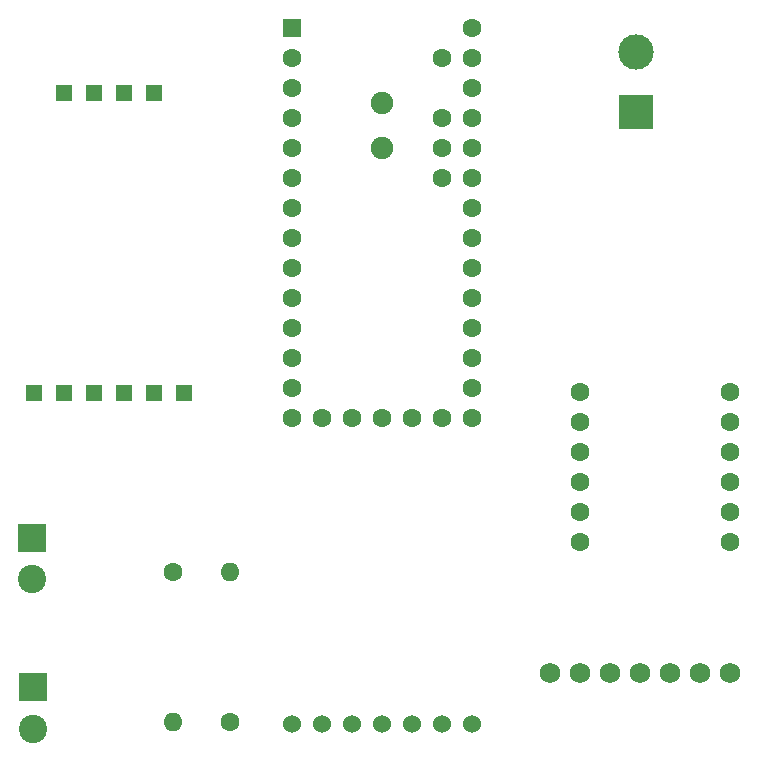
<source format=gbr>
%TF.GenerationSoftware,KiCad,Pcbnew,(5.1.8)-1*%
%TF.CreationDate,2021-03-31T15:24:53-04:00*%
%TF.ProjectId,Artemis Payload Computer,41727465-6d69-4732-9050-61796c6f6164,rev?*%
%TF.SameCoordinates,Original*%
%TF.FileFunction,Soldermask,Bot*%
%TF.FilePolarity,Negative*%
%FSLAX46Y46*%
G04 Gerber Fmt 4.6, Leading zero omitted, Abs format (unit mm)*
G04 Created by KiCad (PCBNEW (5.1.8)-1) date 2021-03-31 15:24:53*
%MOMM*%
%LPD*%
G01*
G04 APERTURE LIST*
%ADD10C,2.400000*%
%ADD11R,2.400000X2.400000*%
%ADD12C,1.524000*%
%ADD13C,1.600000*%
%ADD14O,1.600000X1.600000*%
%ADD15R,1.408000X1.408000*%
%ADD16C,1.750000*%
%ADD17R,1.600000X1.600000*%
%ADD18C,1.900000*%
%ADD19C,3.000000*%
%ADD20R,3.000000X3.000000*%
G04 APERTURE END LIST*
D10*
%TO.C,J2*%
X117720000Y-120020000D03*
D11*
X117720000Y-116520000D03*
%TD*%
D10*
%TO.C,J1*%
X117650000Y-107360000D03*
D11*
X117650000Y-103860000D03*
%TD*%
D12*
%TO.C,U701*%
X139660000Y-119600000D03*
X142200000Y-119600000D03*
X144740000Y-119600000D03*
X147280000Y-119600000D03*
X149820000Y-119600000D03*
X152360000Y-119600000D03*
X154900000Y-119600000D03*
%TD*%
D13*
%TO.C,U401*%
X176730000Y-104200000D03*
X176730000Y-101660000D03*
X176730000Y-99120000D03*
X176730000Y-96580000D03*
X176730000Y-94040000D03*
X176730000Y-91500000D03*
X164030000Y-104200000D03*
X164030000Y-101660000D03*
X164030000Y-99120000D03*
X164030000Y-96580000D03*
X164030000Y-94040000D03*
X164030000Y-91500000D03*
%TD*%
D14*
%TO.C,R2*%
X134400000Y-106790000D03*
D13*
X134400000Y-119490000D03*
%TD*%
D15*
%TO.C,U1*%
X120330000Y-66210000D03*
X122870000Y-66210000D03*
X125410000Y-66210000D03*
X127950000Y-66210000D03*
X130490000Y-91610000D03*
X127950000Y-91610000D03*
X125410000Y-91610000D03*
X122870000Y-91610000D03*
X120330000Y-91610000D03*
X117790000Y-91610000D03*
%TD*%
D14*
%TO.C,R1*%
X129560000Y-119440000D03*
D13*
X129560000Y-106740000D03*
%TD*%
D16*
%TO.C,U501*%
X161490000Y-115280000D03*
X164030000Y-115280000D03*
X166570000Y-115280000D03*
X169110000Y-115280000D03*
X171650000Y-115280000D03*
X174190000Y-115280000D03*
X176730000Y-115280000D03*
%TD*%
D13*
%TO.C,U2*%
X147230000Y-93700000D03*
X149770000Y-93700000D03*
X152310000Y-93700000D03*
X154850000Y-93700000D03*
X144690000Y-93700000D03*
X142150000Y-93700000D03*
X139610000Y-93700000D03*
X154850000Y-91160000D03*
X154850000Y-88620000D03*
X154850000Y-86080000D03*
X154850000Y-83540000D03*
X154850000Y-81000000D03*
X154850000Y-78460000D03*
X154850000Y-75920000D03*
X154850000Y-73380000D03*
X154850000Y-70840000D03*
X154850000Y-68300000D03*
X154850000Y-65760000D03*
X154850000Y-63220000D03*
X154850000Y-60680000D03*
X152310000Y-63220000D03*
X152310000Y-68300000D03*
X152310000Y-70840000D03*
X152310000Y-73380000D03*
X139610000Y-91160000D03*
X139610000Y-88620000D03*
X139610000Y-86080000D03*
X139610000Y-83540000D03*
X139610000Y-81000000D03*
X139610000Y-78460000D03*
X139610000Y-75920000D03*
X139610000Y-73380000D03*
X139610000Y-70840000D03*
X139610000Y-68300000D03*
X139610000Y-65760000D03*
X139610000Y-63220000D03*
D17*
X139610000Y-60680000D03*
D18*
X147230000Y-70840000D03*
X147230000Y-67030000D03*
%TD*%
D19*
%TO.C,J601*%
X168770000Y-62700000D03*
D20*
X168770000Y-67780000D03*
%TD*%
M02*

</source>
